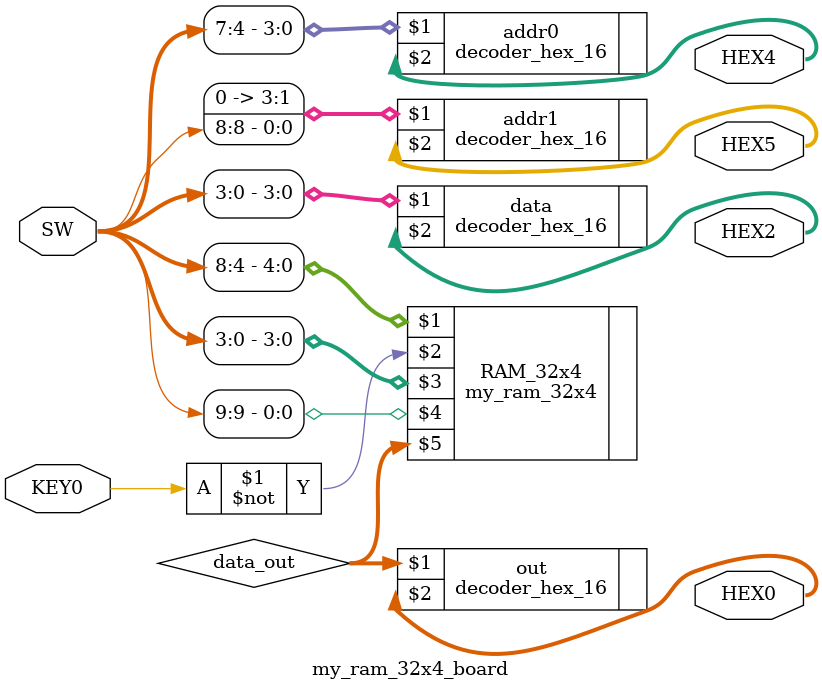
<source format=v>
module my_ram_32x4_board(
	input [9:0]SW,
	input KEY0,
	output [6:0] HEX0,HEX2,HEX4,HEX5);
	
	wire [3:0] data_out;
	
	my_ram_32x4 RAM_32x4(SW[8:4],~KEY0,SW[3:0],SW[9],data_out);
	
	decoder_hex_16 addr1({3'b000,SW[8]},HEX5);
	decoder_hex_16 addr0(SW[7:4],HEX4);
	
	decoder_hex_16 data(SW[3:0],HEX2);
	decoder_hex_16 out(data_out,HEX0);
	
endmodule
</source>
